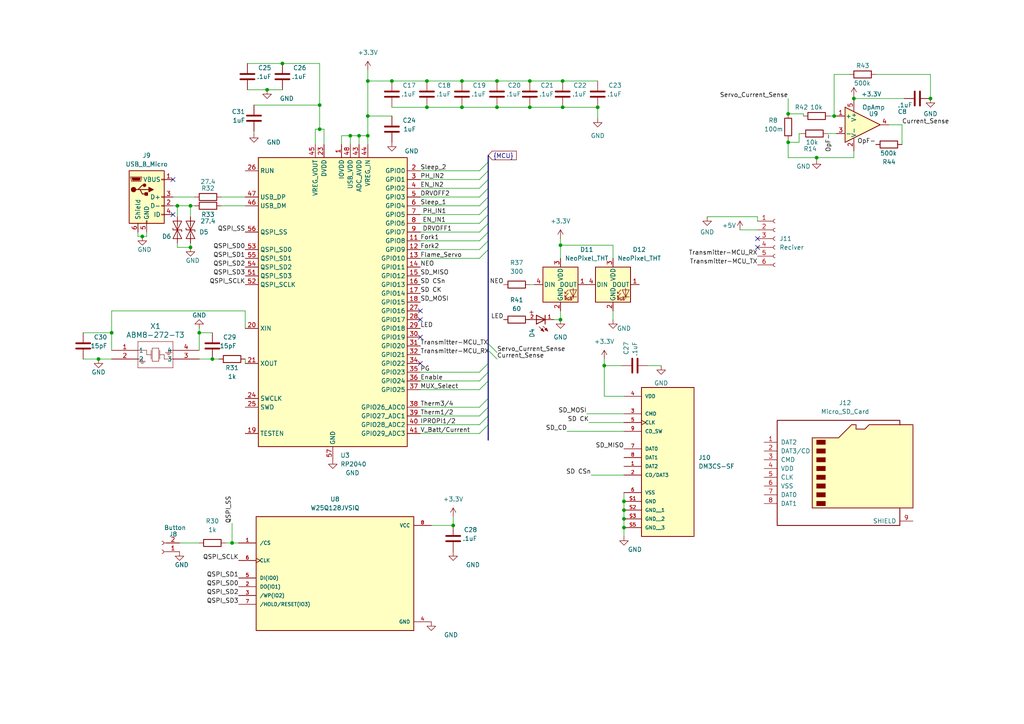
<source format=kicad_sch>
(kicad_sch (version 20230121) (generator eeschema)
  (paper "A4")
  (lib_symbols
    (symbol "Chimera:ABM8-272-T3" (pin_names (offset 0.254))
      (property "Reference" "X" (at 12.7 7.62 0))
      (property "Value" "ABM8-272-T3" (at 12.7 5.08 0))
      (symbol "ABM8-272-T3_0_1"
        (polyline (pts (xy 7.62 -5.08) (xy 17.78 -5.08)) (stroke (width 0.127)))
        (polyline (pts (xy 7.62 -2.54) (xy 8.89 -2.54)) (stroke (width 0.127)))
        (polyline (pts (xy 7.62 2.54) (xy 7.62 -5.08)) (stroke (width 0.127)))
        (polyline (pts (xy 7.9375 -3.175) (xy 9.8425 -3.175)) (stroke (width 0.127)))
        (polyline (pts (xy 8.255 -3.4925) (xy 9.525 -3.4925)) (stroke (width 0.127)))
        (polyline (pts (xy 8.5725 -3.81) (xy 9.2075 -3.81)) (stroke (width 0.127)))
        (polyline (pts (xy 8.89 -2.54) (xy 8.89 -3.175)) (stroke (width 0.127)))
        (polyline (pts (xy 10.16 -1.27) (xy 10.16 0)) (stroke (width 0.127)))
        (polyline (pts (xy 10.16 0) (xy 7.62 0)) (stroke (width 0.127)))
        (polyline (pts (xy 11.43 -1.27) (xy 10.16 -1.27)) (stroke (width 0.127)))
        (polyline (pts (xy 11.43 0) (xy 11.43 -2.54)) (stroke (width 0.127)))
        (polyline (pts (xy 11.7475 -3.175) (xy 13.6525 -3.175)) (stroke (width 0.127)))
        (polyline (pts (xy 11.7475 0.635) (xy 11.7475 -3.175)) (stroke (width 0.127)))
        (polyline (pts (xy 13.6525 -3.175) (xy 13.6525 0.635)) (stroke (width 0.127)))
        (polyline (pts (xy 13.6525 0.635) (xy 11.7475 0.635)) (stroke (width 0.127)))
        (polyline (pts (xy 13.97 -1.27) (xy 15.24 -1.27)) (stroke (width 0.127)))
        (polyline (pts (xy 13.97 0) (xy 13.97 -2.54)) (stroke (width 0.127)))
        (polyline (pts (xy 15.24 -2.54) (xy 17.78 -2.54)) (stroke (width 0.127)))
        (polyline (pts (xy 15.24 -1.27) (xy 15.24 -2.54)) (stroke (width 0.127)))
        (polyline (pts (xy 16.51 0) (xy 16.51 -0.635)) (stroke (width 0.127)))
        (polyline (pts (xy 16.8275 -1.27) (xy 16.1925 -1.27)) (stroke (width 0.127)))
        (polyline (pts (xy 17.145 -0.9525) (xy 15.875 -0.9525)) (stroke (width 0.127)))
        (polyline (pts (xy 17.4625 -0.635) (xy 15.5575 -0.635)) (stroke (width 0.127)))
        (polyline (pts (xy 17.78 -5.08) (xy 17.78 2.54)) (stroke (width 0.127)))
        (polyline (pts (xy 17.78 0) (xy 16.51 0)) (stroke (width 0.127)))
        (polyline (pts (xy 17.78 2.54) (xy 7.62 2.54)) (stroke (width 0.127)))
        (pin unspecified line (at 0 0 0) (length 7.62) (name "1") (number "1"))
        (pin unspecified line (at 0 -2.54 0) (length 7.62) (name "2") (number "2"))
        (pin unspecified line (at 25.4 -2.54 180) (length 7.62) (name "3") (number "3"))
        (pin unspecified line (at 25.4 0 180) (length 7.62) (name "4") (number "4"))
      )
    )
    (symbol "Chimera:DM3CS-SF" (pin_names (offset 1.016))
      (property "Reference" "J" (at -7.6282 19.0976 0))
      (property "Value" "DM3CS-SF" (at -7.6357 -28.7708 0))
      (symbol "DM3CS-SF_0_0"
        (rectangle (start -7.62 -25.4) (end 7.62 17.78) (stroke (width 0.254)) (fill (type background)))
        (pin passive line (at -12.7 -5.08 0) (length 5.08) (name "DAT2") (number "1"))
        (pin passive line (at -12.7 -7.62 0) (length 5.08) (name "CD/DAT3") (number "2"))
        (pin passive line (at -12.7 10.16 0) (length 5.08) (name "CMD") (number "3"))
        (pin passive line (at -12.7 15.24 0) (length 5.08) (name "VDD") (number "4"))
        (pin passive clock (at -12.7 7.62 0) (length 5.08) (name "CLK") (number "5"))
        (pin passive line (at -12.7 -12.7 0) (length 5.08) (name "VSS") (number "6"))
        (pin passive line (at -12.7 0 0) (length 5.08) (name "DAT0") (number "7"))
        (pin passive line (at -12.7 -2.54 0) (length 5.08) (name "DAT1") (number "8"))
        (pin passive line (at -12.7 5.08 0) (length 5.08) (name "CD_SW") (number "9"))
        (pin passive line (at -12.7 -15.24 0) (length 5.08) (name "GND") (number "S1"))
        (pin passive line (at -12.7 -17.78 0) (length 5.08) (name "GND__1") (number "S2"))
        (pin passive line (at -12.7 -20.32 0) (length 5.08) (name "GND__2") (number "S3"))
        (pin passive line (at -12.7 -22.86 0) (length 5.08) (name "GND__3") (number "S5"))
      )
    )
    (symbol "Chimera:W25Q128JVSIQ" (pin_names (offset 1.016))
      (property "Reference" "U" (at -22.86 16.002 0))
      (property "Value" "W25Q128JVSIQ" (at -22.86 -20.32 0))
      (symbol "W25Q128JVSIQ_0_0"
        (rectangle (start -22.86 15.24) (end 22.86 -17.78) (stroke (width 0.254)) (fill (type background)))
        (pin input line (at -27.94 7.62 0) (length 5.08) (name "/CS") (number "1"))
        (pin bidirectional line (at -27.94 -5.08 0) (length 5.08) (name "DO(IO1)") (number "2"))
        (pin bidirectional line (at -27.94 -7.62 0) (length 5.08) (name "/WP(IO2)") (number "3"))
        (pin power_in line (at 27.94 -15.24 180) (length 5.08) (name "GND") (number "4"))
        (pin bidirectional line (at -27.94 -2.54 0) (length 5.08) (name "DI(IO0)") (number "5"))
        (pin input clock (at -27.94 2.54 0) (length 5.08) (name "CLK") (number "6"))
        (pin bidirectional line (at -27.94 -10.16 0) (length 5.08) (name "/HOLD/RESET(IO3)") (number "7"))
        (pin power_in line (at 27.94 12.7 180) (length 5.08) (name "VCC") (number "8"))
      )
    )
    (symbol "Chimera:WL-SMCD_0603" (pin_names (offset 1.016))
      (property "Reference" "D" (at 1.27 4.064 0))
      (symbol "WL-SMCD_0603_0_0"
        (polyline (pts (xy 0 -1.27) (xy 0 0)) (stroke (width 0.254)))
        (polyline (pts (xy 0 0) (xy 0 1.27)) (stroke (width 0.254)))
        (polyline (pts (xy 0 0) (xy 2.54 0)) (stroke (width 0.254)))
        (polyline (pts (xy 0 0) (xy 2.54 1.27)) (stroke (width 0.254)))
        (polyline (pts (xy 0.635 1.905) (xy -0.762 3.302)) (stroke (width 0.1524)))
        (polyline (pts (xy 1.778 2.032) (xy 0.381 3.429)) (stroke (width 0.1524)))
        (polyline (pts (xy 2.54 -1.27) (xy 0 0)) (stroke (width 0.254)))
        (polyline (pts (xy 2.54 -1.27) (xy 2.54 0)) (stroke (width 0.254)))
        (polyline (pts (xy 2.54 0) (xy 2.54 1.27)) (stroke (width 0.254)))
        (polyline (pts (xy -0.762 3.302) (xy 0.127 2.921) (xy -0.381 2.413) (xy -0.762 3.302)) (stroke (width 0.1524)) (fill (type outline)))
        (polyline (pts (xy 0.381 3.429) (xy 1.27 3.048) (xy 0.762 2.54) (xy 0.381 3.429)) (stroke (width 0.1524)) (fill (type outline)))
        (text "+" (at 3.1 -1.5 0) (effects (font (size 1.27 1.27)) (justify left bottom)))
        (pin passive line (at -2.54 0 0) (length 2.54) (name "~") (number "1"))
        (pin passive line (at 5.08 0 180) (length 2.54) (name "~") (number "2"))
      )
    )
    (symbol "Connector:Conn_01x02_Socket" (pin_names (offset 1.016) hide)
      (property "Reference" "J" (at 0 2.54 0))
      (property "Value" "Conn_01x02_Socket" (at 0 -5.08 0))
      (symbol "Conn_01x02_Socket_1_1"
        (arc (start 0 -2.032) (mid -0.5058 -2.54) (end 0 -3.048) (stroke (width 0.1524)))
        (polyline (pts (xy -1.27 -2.54) (xy -0.508 -2.54)) (stroke (width 0.1524)))
        (polyline (pts (xy -1.27 0) (xy -0.508 0)) (stroke (width 0.1524)))
        (arc (start 0 0.508) (mid -0.5058 0) (end 0 -0.508) (stroke (width 0.1524)))
        (pin passive line (at -5.08 0 0) (length 3.81) (name "Pin_1") (number "1"))
        (pin passive line (at -5.08 -2.54 0) (length 3.81) (name "Pin_2") (number "2"))
      )
    )
    (symbol "Connector:Conn_01x06_Socket" (pin_names (offset 1.016) hide)
      (property "Reference" "J" (at 0 7.62 0))
      (property "Value" "Conn_01x06_Socket" (at 0 -10.16 0))
      (symbol "Conn_01x06_Socket_1_1"
        (arc (start 0 -7.112) (mid -0.5058 -7.62) (end 0 -8.128) (stroke (width 0.1524)))
        (arc (start 0 -4.572) (mid -0.5058 -5.08) (end 0 -5.588) (stroke (width 0.1524)))
        (arc (start 0 -2.032) (mid -0.5058 -2.54) (end 0 -3.048) (stroke (width 0.1524)))
        (polyline (pts (xy -1.27 -7.62) (xy -0.508 -7.62)) (stroke (width 0.1524)))
        (polyline (pts (xy -1.27 -5.08) (xy -0.508 -5.08)) (stroke (width 0.1524)))
        (polyline (pts (xy -1.27 -2.54) (xy -0.508 -2.54)) (stroke (width 0.1524)))
        (polyline (pts (xy -1.27 0) (xy -0.508 0)) (stroke (width 0.1524)))
        (polyline (pts (xy -1.27 2.54) (xy -0.508 2.54)) (stroke (width 0.1524)))
        (polyline (pts (xy -1.27 5.08) (xy -0.508 5.08)) (stroke (width 0.1524)))
        (arc (start 0 0.508) (mid -0.5058 0) (end 0 -0.508) (stroke (width 0.1524)))
        (arc (start 0 3.048) (mid -0.5058 2.54) (end 0 2.032) (stroke (width 0.1524)))
        (arc (start 0 5.588) (mid -0.5058 5.08) (end 0 4.572) (stroke (width 0.1524)))
        (pin passive line (at -5.08 5.08 0) (length 3.81) (name "Pin_1") (number "1"))
        (pin passive line (at -5.08 2.54 0) (length 3.81) (name "Pin_2") (number "2"))
        (pin passive line (at -5.08 0 0) (length 3.81) (name "Pin_3") (number "3"))
        (pin passive line (at -5.08 -2.54 0) (length 3.81) (name "Pin_4") (number "4"))
        (pin passive line (at -5.08 -5.08 0) (length 3.81) (name "Pin_5") (number "5"))
        (pin passive line (at -5.08 -7.62 0) (length 3.81) (name "Pin_6") (number "6"))
      )
    )
    (symbol "Connector:Micro_SD_Card" (pin_names (offset 1.016))
      (property "Reference" "J" (at -16.51 15.24 0))
      (property "Value" "Micro_SD_Card" (at 16.51 15.24 0))
      (symbol "Micro_SD_Card_0_1"
        (rectangle (start -7.62 -9.525) (end -5.08 -10.795) (fill (type outline)))
        (rectangle (start -7.62 -6.985) (end -5.08 -8.255) (fill (type outline)))
        (rectangle (start -7.62 -4.445) (end -5.08 -5.715) (fill (type outline)))
        (rectangle (start -7.62 -1.905) (end -5.08 -3.175) (fill (type outline)))
        (rectangle (start -7.62 0.635) (end -5.08 -0.635) (fill (type outline)))
        (rectangle (start -7.62 3.175) (end -5.08 1.905) (fill (type outline)))
        (rectangle (start -7.62 5.715) (end -5.08 4.445) (fill (type outline)))
        (rectangle (start -7.62 8.255) (end -5.08 6.985) (fill (type outline)))
        (polyline (pts (xy 16.51 12.7) (xy 16.51 13.97) (xy -19.05 13.97) (xy -19.05 -16.51) (xy 16.51 -16.51) (xy 16.51 -11.43)) (stroke (width 0.254)))
        (polyline (pts (xy -8.89 -11.43) (xy -8.89 8.89) (xy -1.27 8.89) (xy 2.54 12.7) (xy 3.81 12.7) (xy 3.81 11.43) (xy 6.35 11.43) (xy 7.62 12.7) (xy 20.32 12.7) (xy 20.32 -11.43) (xy -8.89 -11.43)) (stroke (width 0.254)) (fill (type background)))
      )
      (symbol "Micro_SD_Card_1_1"
        (pin bidirectional line (at -22.86 7.62 0) (length 3.81) (name "DAT2") (number "1"))
        (pin bidirectional line (at -22.86 5.08 0) (length 3.81) (name "DAT3/CD") (number "2"))
        (pin input line (at -22.86 2.54 0) (length 3.81) (name "CMD") (number "3"))
        (pin power_in line (at -22.86 0 0) (length 3.81) (name "VDD") (number "4"))
        (pin input line (at -22.86 -2.54 0) (length 3.81) (name "CLK") (number "5"))
        (pin power_in line (at -22.86 -5.08 0) (length 3.81) (name "VSS") (number "6"))
        (pin bidirectional line (at -22.86 -7.62 0) (length 3.81) (name "DAT0") (number "7"))
        (pin bidirectional line (at -22.86 -10.16 0) (length 3.81) (name "DAT1") (number "8"))
        (pin passive line (at 20.32 -15.24 180) (length 3.81) (name "SHIELD") (number "9"))
      )
    )
    (symbol "Connector:USB_B_Micro" (pin_names (offset 1.016))
      (property "Reference" "J" (at -5.08 11.43 0))
      (property "Value" "USB_B_Micro" (at -5.08 8.89 0))
      (symbol "USB_B_Micro_0_1"
        (rectangle (start -5.08 -7.62) (end 5.08 7.62) (stroke (width 0.254)) (fill (type background)))
        (circle (center -3.81 2.159) (radius 0.635) (stroke (width 0.254)) (fill (type outline)))
        (circle (center -0.635 3.429) (radius 0.381) (stroke (width 0.254)) (fill (type outline)))
        (rectangle (start -0.127 -7.62) (end 0.127 -6.858))
        (polyline (pts (xy -1.905 2.159) (xy 0.635 2.159)) (stroke (width 0.254)))
        (polyline (pts (xy -3.175 2.159) (xy -2.54 2.159) (xy -1.27 3.429) (xy -0.635 3.429)) (stroke (width 0.254)))
        (polyline (pts (xy -2.54 2.159) (xy -1.905 2.159) (xy -1.27 0.889) (xy 0 0.889)) (stroke (width 0.254)))
        (polyline (pts (xy 0.635 2.794) (xy 0.635 1.524) (xy 1.905 2.159) (xy 0.635 2.794)) (stroke (width 0.254)) (fill (type outline)))
        (polyline (pts (xy -4.318 5.588) (xy -1.778 5.588) (xy -2.032 4.826) (xy -4.064 4.826) (xy -4.318 5.588)) (fill (type outline)))
        (polyline (pts (xy -4.699 5.842) (xy -4.699 5.588) (xy -4.445 4.826) (xy -4.445 4.572) (xy -1.651 4.572) (xy -1.651 4.826) (xy -1.397 5.588) (xy -1.397 5.842) (xy -4.699 5.842)))
        (rectangle (start 0.254 1.27) (end -0.508 0.508) (stroke (width 0.254)) (fill (type outline)))
        (rectangle (start 5.08 -5.207) (end 4.318 -4.953))
        (rectangle (start 5.08 -2.667) (end 4.318 -2.413))
        (rectangle (start 5.08 -0.127) (end 4.318 0.127))
        (rectangle (start 5.08 4.953) (end 4.318 5.207))
      )
      (symbol "USB_B_Micro_1_1"
        (pin power_out line (at 7.62 5.08 180) (length 2.54) (name "VBUS") (number "1"))
        (pin bidirectional line (at 7.62 -2.54 180) (length 2.54) (name "D-") (number "2"))
        (pin bidirectional line (at 7.62 0 180) (length 2.54) (name "D+") (number "3"))
        (pin passive line (at 7.62 -5.08 180) (length 2.54) (name "ID") (number "4"))
        (pin power_out line (at 0 -10.16 90) (length 2.54) (name "GND") (number "5"))
        (pin passive line (at -2.54 -10.16 90) (length 2.54) (name "Shield") (number "6"))
      )
    )
    (symbol "Device:C" (pin_numbers hide) (pin_names (offset 0.254))
      (property "Reference" "C" (at 0.635 2.54 0))
      (property "Value" "C" (at 0.635 -2.54 0))
      (symbol "C_0_1"
        (polyline (pts (xy -2.032 -0.762) (xy 2.032 -0.762)) (stroke (width 0.508)))
        (polyline (pts (xy -2.032 0.762) (xy 2.032 0.762)) (stroke (width 0.508)))
      )
      (symbol "C_1_1"
        (pin passive line (at 0 3.81 270) (length 2.794) (name "~") (number "1"))
        (pin passive line (at 0 -3.81 90) (length 2.794) (name "~") (number "2"))
      )
    )
    (symbol "Device:R" (pin_numbers hide) (pin_names (offset 0))
      (property "Reference" "R" (at 2.032 0 90))
      (property "Value" "R" (at 0 0 90))
      (symbol "R_0_1"
        (rectangle (start -1.016 -2.54) (end 1.016 2.54) (stroke (width 0.254)))
      )
      (symbol "R_1_1"
        (pin passive line (at 0 3.81 270) (length 1.27) (name "~") (number "1"))
        (pin passive line (at 0 -3.81 90) (length 1.27) (name "~") (number "2"))
      )
    )
    (symbol "Diode:SMAJ8.0CA" (pin_numbers hide) (pin_names (offset 1.016) hide)
      (property "Reference" "D" (at 0 2.54 0))
      (property "Value" "SMAJ8.0CA" (at 0 -2.54 0))
      (symbol "SMAJ8.0CA_0_1"
        (polyline (pts (xy 1.27 0) (xy -1.27 0)))
        (polyline (pts (xy -2.54 -1.27) (xy 0 0) (xy -2.54 1.27) (xy -2.54 -1.27)) (stroke (width 0.2032)))
        (polyline (pts (xy 0.508 1.27) (xy 0 1.27) (xy 0 -1.27) (xy -0.508 -1.27)) (stroke (width 0.2032)))
        (polyline (pts (xy 2.54 1.27) (xy 2.54 -1.27) (xy 0 0) (xy 2.54 1.27)) (stroke (width 0.2032)))
      )
      (symbol "SMAJ8.0CA_1_1"
        (pin passive line (at -3.81 0 0) (length 2.54) (name "A1") (number "1"))
        (pin passive line (at 3.81 0 180) (length 2.54) (name "A2") (number "2"))
      )
    )
    (symbol "LED:NeoPixel_THT" (pin_names (offset 0.254))
      (property "Reference" "D" (at 5.08 5.715 0))
      (property "Value" "NeoPixel_THT" (at 1.27 -5.715 0))
      (symbol "NeoPixel_THT_0_0"
        (text "RGB" (at 2.286 -4.191 0) (effects (font (size 0.762 0.762))))
      )
      (symbol "NeoPixel_THT_0_1"
        (polyline (pts (xy 1.27 -3.556) (xy 1.778 -3.556)))
        (polyline (pts (xy 1.27 -2.54) (xy 1.778 -2.54)))
        (polyline (pts (xy 4.699 -3.556) (xy 2.667 -3.556)))
        (polyline (pts (xy 2.286 -2.54) (xy 1.27 -3.556) (xy 1.27 -3.048)))
        (polyline (pts (xy 2.286 -1.524) (xy 1.27 -2.54) (xy 1.27 -2.032)))
        (polyline (pts (xy 3.683 -1.016) (xy 3.683 -3.556) (xy 3.683 -4.064)))
        (polyline (pts (xy 4.699 -1.524) (xy 2.667 -1.524) (xy 3.683 -3.556) (xy 4.699 -1.524)))
        (rectangle (start 5.08 5.08) (end -5.08 -5.08) (stroke (width 0.254)) (fill (type background)))
      )
      (symbol "NeoPixel_THT_1_1"
        (pin output line (at 7.62 0 180) (length 2.54) (name "DOUT") (number "1"))
        (pin power_in line (at 0 -7.62 90) (length 2.54) (name "GND") (number "2"))
        (pin power_in line (at 0 7.62 270) (length 2.54) (name "VDD") (number "3"))
        (pin input line (at -7.62 0 0) (length 2.54) (name "DIN") (number "4"))
      )
    )
    (symbol "MCU_RaspberryPi:RP2040"
      (property "Reference" "U" (at 17.78 45.72 0))
      (property "Value" "RP2040" (at 17.78 43.18 0))
      (symbol "RP2040_0_1"
        (rectangle (start -21.59 41.91) (end 21.59 -41.91) (stroke (width 0.254)) (fill (type background)))
      )
      (symbol "RP2040_1_1"
        (pin power_in line (at 2.54 45.72 270) (length 3.81) (name "IOVDD") (number "1"))
        (pin passive line (at 2.54 45.72 270) (length 3.81) hide (name "IOVDD") (number "10"))
        (pin bidirectional line (at 25.4 17.78 180) (length 3.81) (name "GPIO8") (number "11"))
        (pin bidirectional line (at 25.4 15.24 180) (length 3.81) (name "GPIO9") (number "12"))
        (pin bidirectional line (at 25.4 12.7 180) (length 3.81) (name "GPIO10") (number "13"))
        (pin bidirectional line (at 25.4 10.16 180) (length 3.81) (name "GPIO11") (number "14"))
        (pin bidirectional line (at 25.4 7.62 180) (length 3.81) (name "GPIO12") (number "15"))
        (pin bidirectional line (at 25.4 5.08 180) (length 3.81) (name "GPIO13") (number "16"))
        (pin bidirectional line (at 25.4 2.54 180) (length 3.81) (name "GPIO14") (number "17"))
        (pin bidirectional line (at 25.4 0 180) (length 3.81) (name "GPIO15") (number "18"))
        (pin input line (at -25.4 -38.1 0) (length 3.81) (name "TESTEN") (number "19"))
        (pin bidirectional line (at 25.4 38.1 180) (length 3.81) (name "GPIO0") (number "2"))
        (pin input line (at -25.4 -7.62 0) (length 3.81) (name "XIN") (number "20"))
        (pin passive line (at -25.4 -17.78 0) (length 3.81) (name "XOUT") (number "21"))
        (pin passive line (at 2.54 45.72 270) (length 3.81) hide (name "IOVDD") (number "22"))
        (pin power_in line (at -2.54 45.72 270) (length 3.81) (name "DVDD") (number "23"))
        (pin input line (at -25.4 -27.94 0) (length 3.81) (name "SWCLK") (number "24"))
        (pin bidirectional line (at -25.4 -30.48 0) (length 3.81) (name "SWD") (number "25"))
        (pin input line (at -25.4 38.1 0) (length 3.81) (name "RUN") (number "26"))
        (pin bidirectional line (at 25.4 -2.54 180) (length 3.81) (name "GPIO16") (number "27"))
        (pin bidirectional line (at 25.4 -5.08 180) (length 3.81) (name "GPIO17") (number "28"))
        (pin bidirectional line (at 25.4 -7.62 180) (length 3.81) (name "GPIO18") (number "29"))
        (pin bidirectional line (at 25.4 35.56 180) (length 3.81) (name "GPIO1") (number "3"))
        (pin bidirectional line (at 25.4 -10.16 180) (length 3.81) (name "GPIO19") (number "30"))
        (pin bidirectional line (at 25.4 -12.7 180) (length 3.81) (name "GPIO20") (number "31"))
        (pin bidirectional line (at 25.4 -15.24 180) (length 3.81) (name "GPIO21") (number "32"))
        (pin passive line (at 2.54 45.72 270) (length 3.81) hide (name "IOVDD") (number "33"))
        (pin bidirectional line (at 25.4 -17.78 180) (length 3.81) (name "GPIO22") (number "34"))
        (pin bidirectional line (at 25.4 -20.32 180) (length 3.81) (name "GPIO23") (number "35"))
        (pin bidirectional line (at 25.4 -22.86 180) (length 3.81) (name "GPIO24") (number "36"))
        (pin bidirectional line (at 25.4 -25.4 180) (length 3.81) (name "GPIO25") (number "37"))
        (pin bidirectional line (at 25.4 -30.48 180) (length 3.81) (name "GPIO26_ADC0") (number "38"))
        (pin bidirectional line (at 25.4 -33.02 180) (length 3.81) (name "GPIO27_ADC1") (number "39"))
        (pin bidirectional line (at 25.4 33.02 180) (length 3.81) (name "GPIO2") (number "4"))
        (pin bidirectional line (at 25.4 -35.56 180) (length 3.81) (name "GPIO28_ADC2") (number "40"))
        (pin bidirectional line (at 25.4 -38.1 180) (length 3.81) (name "GPIO29_ADC3") (number "41"))
        (pin passive line (at 2.54 45.72 270) (length 3.81) hide (name "IOVDD") (number "42"))
        (pin power_in line (at 7.62 45.72 270) (length 3.81) (name "ADC_AVDD") (number "43"))
        (pin power_in line (at 10.16 45.72 270) (length 3.81) (name "VREG_IN") (number "44"))
        (pin power_out line (at -5.08 45.72 270) (length 3.81) (name "VREG_VOUT") (number "45"))
        (pin bidirectional line (at -25.4 27.94 0) (length 3.81) (name "USB_DM") (number "46"))
        (pin bidirectional line (at -25.4 30.48 0) (length 3.81) (name "USB_DP") (number "47"))
        (pin power_in line (at 5.08 45.72 270) (length 3.81) (name "USB_VDD") (number "48"))
        (pin passive line (at 2.54 45.72 270) (length 3.81) hide (name "IOVDD") (number "49"))
        (pin bidirectional line (at 25.4 30.48 180) (length 3.81) (name "GPIO3") (number "5"))
        (pin passive line (at -2.54 45.72 270) (length 3.81) hide (name "DVDD") (number "50"))
        (pin bidirectional line (at -25.4 7.62 0) (length 3.81) (name "QSPI_SD3") (number "51"))
        (pin output line (at -25.4 5.08 0) (length 3.81) (name "QSPI_SCLK") (number "52"))
        (pin bidirectional line (at -25.4 15.24 0) (length 3.81) (name "QSPI_SD0") (number "53"))
        (pin bidirectional line (at -25.4 10.16 0) (length 3.81) (name "QSPI_SD2") (number "54"))
        (pin bidirectional line (at -25.4 12.7 0) (length 3.81) (name "QSPI_SD1") (number "55"))
        (pin bidirectional line (at -25.4 20.32 0) (length 3.81) (name "QSPI_SS") (number "56"))
        (pin power_in line (at 0 -45.72 90) (length 3.81) (name "GND") (number "57"))
        (pin bidirectional line (at 25.4 27.94 180) (length 3.81) (name "GPIO4") (number "6"))
        (pin bidirectional line (at 25.4 25.4 180) (length 3.81) (name "GPIO5") (number "7"))
        (pin bidirectional line (at 25.4 22.86 180) (length 3.81) (name "GPIO6") (number "8"))
        (pin bidirectional line (at 25.4 20.32 180) (length 3.81) (name "GPIO7") (number "9"))
      )
    )
    (symbol "OEM:OpAmp" (pin_names (offset 0.127))
      (property "Reference" "U7" (at 3.175 3.175 0))
      (property "Value" "OpAmp" (at 3.175 5.08 0))
      (symbol "OpAmp_0_1"
        (polyline (pts (xy -5.08 5.08) (xy 5.08 0) (xy -5.08 -5.08) (xy -5.08 5.08)) (stroke (width 0.254)) (fill (type background)))
        (pin power_in line (at -2.54 -7.62 90) (length 3.81) (name "V-") (number "2"))
        (pin power_in line (at -2.54 7.62 270) (length 3.81) (name "V+") (number "5"))
      )
      (symbol "OpAmp_1_1"
        (pin input line (at -7.62 2.54 0) (length 2.54) (name "+") (number "1"))
        (pin input line (at -7.62 -2.54 0) (length 2.54) (name "-") (number "3"))
        (pin output line (at 7.62 0 180) (length 2.54) (name "~") (number "4"))
      )
    )
    (symbol "power:+3.3V" (power) (pin_names (offset 0))
      (property "Value" "+3.3V" (at 0 3.556 0))
      (symbol "+3.3V_0_1"
        (polyline (pts (xy -0.762 1.27) (xy 0 2.54)))
        (polyline (pts (xy 0 0) (xy 0 2.54)))
        (polyline (pts (xy 0 2.54) (xy 0.762 1.27)))
      )
      (symbol "+3.3V_1_1"
        (pin power_in line (at 0 0 90) (length 0) hide (name "+3.3V") (number "1"))
      )
    )
    (symbol "power:+5V" (power) (pin_names (offset 0))
      (property "Value" "+5V" (at 0 3.556 0))
      (symbol "+5V_0_1"
        (polyline (pts (xy -0.762 1.27) (xy 0 2.54)))
        (polyline (pts (xy 0 0) (xy 0 2.54)))
        (polyline (pts (xy 0 2.54) (xy 0.762 1.27)))
      )
      (symbol "+5V_1_1"
        (pin power_in line (at 0 0 90) (length 0) hide (name "+5V") (number "1"))
      )
    )
    (symbol "power:GND" (power) (pin_names (offset 0))
      (property "Value" "GND" (at 0 -3.81 0))
      (symbol "GND_0_1"
        (polyline (pts (xy 0 0) (xy 0 -1.27) (xy 1.27 -1.27) (xy 0 -2.54) (xy -1.27 -1.27) (xy 0 -1.27)))
      )
      (symbol "GND_1_1"
        (pin power_in line (at 0 0 270) (length 0) hide (name "GND") (number "1"))
      )
    )
  )
  (junction (at 32.385 96.52))
  (junction (at 269.875 28.575))
  (junction (at 236.855 45.72))
  (junction (at 61.595 104.14))
  (junction (at 180.975 153.035))
  (junction (at 241.935 33.655))
  (junction (at 153.67 31.115))
  (junction (at 81.915 18.415))
  (junction (at 133.985 23.495))
  (junction (at 180.975 150.495))
  (junction (at 92.71 37.465))
  (junction (at 173.355 31.115))
  (junction (at 106.68 23.495))
  (junction (at 162.56 71.12))
  (junction (at 123.825 31.115))
  (junction (at 144.145 23.495))
  (junction (at 55.245 71.755))
  (junction (at 228.6 41.275))
  (junction (at 180.975 147.955))
  (junction (at 28.575 104.14))
  (junction (at 67.31 157.48))
  (junction (at 247.65 28.575))
  (junction (at 144.145 31.115))
  (junction (at 57.785 96.52))
  (junction (at 92.71 30.48))
  (junction (at 77.47 26.035))
  (junction (at 106.68 39.37))
  (junction (at 228.6 33.02))
  (junction (at 41.275 68.58))
  (junction (at 113.665 23.495))
  (junction (at 104.14 39.37))
  (junction (at 106.68 33.655))
  (junction (at 101.6 39.37))
  (junction (at 175.26 106.045))
  (junction (at 162.56 92.71))
  (junction (at 123.825 23.495))
  (junction (at 163.195 31.115))
  (junction (at 55.245 59.69))
  (junction (at 133.985 31.115))
  (junction (at 131.445 152.4))
  (junction (at 180.975 145.415))
  (junction (at 51.435 59.69))
  (junction (at 153.67 23.495))
  (junction (at 163.195 23.495))
  (no_connect (at 121.92 105.41))
  (no_connect (at 121.92 90.17))
  (no_connect (at 121.92 92.71))
  (no_connect (at 50.165 52.07))
  (no_connect (at 121.92 97.79))
  (no_connect (at 50.165 62.23))
  (no_connect (at 219.71 69.215))
  (no_connect (at 219.71 71.755))
  (bus_entry (at 141.605 59.69) (size -2.54 2.54))
  (bus_entry (at 141.605 120.65) (size -2.54 2.54))
  (bus_entry (at 141.605 52.07) (size -2.54 2.54))
  (bus_entry (at 141.605 107.95) (size -2.54 2.54))
  (bus_entry (at 141.605 49.53) (size -2.54 2.54))
  (bus_entry (at 141.605 118.11) (size -2.54 2.54))
  (bus_entry (at 141.605 64.77) (size -2.54 2.54))
  (bus_entry (at 141.605 101.6) (size 2.54 2.54))
  (bus_entry (at 141.605 69.85) (size -2.54 2.54))
  (bus_entry (at 141.605 105.41) (size -2.54 2.54))
  (bus_entry (at 141.605 72.39) (size -2.54 2.54))
  (bus_entry (at 141.605 115.57) (size -2.54 2.54))
  (bus_entry (at 141.605 110.49) (size -2.54 2.54))
  (bus_entry (at 141.605 67.31) (size -2.54 2.54))
  (bus_entry (at 141.605 62.23) (size -2.54 2.54))
  (bus_entry (at 141.605 54.61) (size -2.54 2.54))
  (bus_entry (at 141.605 99.695) (size 2.54 2.54))
  (bus_entry (at 141.605 46.99) (size -2.54 2.54))
  (bus_entry (at 141.605 57.15) (size -2.54 2.54))
  (bus_entry (at 141.605 123.19) (size -2.54 2.54))
  (wire (pts (xy 162.56 92.71) (xy 160.655 92.71)))
  (wire (pts (xy 106.68 20.32) (xy 106.68 23.495)))
  (wire (pts (xy 91.44 41.91) (xy 91.44 37.465)))
  (wire (pts (xy 121.92 57.15) (xy 139.065 57.15)))
  (wire (pts (xy 93.98 37.465) (xy 93.98 41.91)))
  (wire (pts (xy 170.815 122.555) (xy 180.975 122.555)))
  (wire (pts (xy 71.755 18.415) (xy 81.915 18.415)))
  (wire (pts (xy 91.44 37.465) (xy 92.71 37.465)))
  (wire (pts (xy 241.935 21.59) (xy 241.935 33.655)))
  (wire (pts (xy 64.135 59.69) (xy 71.12 59.69)))
  (wire (pts (xy 139.065 113.03) (xy 121.92 113.03)))
  (wire (pts (xy 71.12 90.17) (xy 32.385 90.17)))
  (wire (pts (xy 24.13 96.52) (xy 32.385 96.52)))
  (wire (pts (xy 65.405 157.48) (xy 67.31 157.48)))
  (bus (pts (xy 141.605 57.15) (xy 141.605 59.69)))
  (wire (pts (xy 144.145 31.115) (xy 153.67 31.115)))
  (wire (pts (xy 139.065 74.93) (xy 121.92 74.93)))
  (wire (pts (xy 55.245 70.485) (xy 55.245 71.755)))
  (wire (pts (xy 121.92 107.95) (xy 139.065 107.95)))
  (wire (pts (xy 106.68 39.37) (xy 106.68 41.91)))
  (wire (pts (xy 228.6 41.275) (xy 228.6 45.72)))
  (wire (pts (xy 50.165 59.69) (xy 51.435 59.69)))
  (wire (pts (xy 177.8 71.12) (xy 162.56 71.12)))
  (wire (pts (xy 123.825 23.495) (xy 133.985 23.495)))
  (wire (pts (xy 164.465 125.095) (xy 180.975 125.095)))
  (wire (pts (xy 131.445 152.4) (xy 131.445 149.86)))
  (wire (pts (xy 236.855 46.355) (xy 236.855 45.72)))
  (wire (pts (xy 67.31 157.48) (xy 69.215 157.48)))
  (wire (pts (xy 240.665 33.655) (xy 241.935 33.655)))
  (wire (pts (xy 205.105 62.865) (xy 219.71 62.865)))
  (wire (pts (xy 99.06 39.37) (xy 101.6 39.37)))
  (wire (pts (xy 64.135 57.15) (xy 71.12 57.15)))
  (wire (pts (xy 139.065 125.73) (xy 121.92 125.73)))
  (wire (pts (xy 133.985 31.115) (xy 144.145 31.115)))
  (wire (pts (xy 187.96 106.045) (xy 191.77 106.045)))
  (wire (pts (xy 153.67 31.115) (xy 163.195 31.115)))
  (wire (pts (xy 55.245 59.69) (xy 56.515 59.69)))
  (bus (pts (xy 141.605 46.99) (xy 141.605 49.53)))
  (wire (pts (xy 180.975 147.955) (xy 180.975 150.495)))
  (wire (pts (xy 228.6 40.64) (xy 228.6 41.275)))
  (wire (pts (xy 101.6 39.37) (xy 104.14 39.37)))
  (wire (pts (xy 214.63 66.675) (xy 219.71 66.675)))
  (wire (pts (xy 236.855 45.72) (xy 247.65 45.72)))
  (wire (pts (xy 228.6 28.575) (xy 228.6 33.02)))
  (wire (pts (xy 71.755 26.035) (xy 77.47 26.035)))
  (wire (pts (xy 52.07 157.48) (xy 57.785 157.48)))
  (wire (pts (xy 139.065 69.85) (xy 121.92 69.85)))
  (bus (pts (xy 141.605 49.53) (xy 141.605 52.07)))
  (wire (pts (xy 51.435 59.69) (xy 51.435 62.865)))
  (wire (pts (xy 121.92 64.77) (xy 139.065 64.77)))
  (wire (pts (xy 247.65 27.94) (xy 247.65 28.575)))
  (wire (pts (xy 236.855 45.72) (xy 228.6 45.72)))
  (wire (pts (xy 32.385 96.52) (xy 32.385 101.6)))
  (bus (pts (xy 141.605 99.695) (xy 141.605 101.6)))
  (wire (pts (xy 233.045 33.02) (xy 228.6 33.02)))
  (wire (pts (xy 139.065 120.65) (xy 121.92 120.65)))
  (wire (pts (xy 177.8 74.93) (xy 177.8 71.12)))
  (wire (pts (xy 42.545 68.58) (xy 42.545 67.31)))
  (wire (pts (xy 40.005 67.31) (xy 40.005 68.58)))
  (bus (pts (xy 141.605 120.65) (xy 141.605 123.19)))
  (bus (pts (xy 141.605 118.11) (xy 141.605 120.65)))
  (wire (pts (xy 247.65 45.72) (xy 247.65 43.815)))
  (wire (pts (xy 121.92 123.19) (xy 139.065 123.19)))
  (wire (pts (xy 73.66 38.735) (xy 73.66 38.1)))
  (wire (pts (xy 173.355 31.115) (xy 173.355 34.29)))
  (bus (pts (xy 141.605 101.6) (xy 141.605 105.41)))
  (wire (pts (xy 32.385 90.17) (xy 32.385 96.52)))
  (wire (pts (xy 269.875 21.59) (xy 269.875 28.575)))
  (wire (pts (xy 123.825 31.115) (xy 133.985 31.115)))
  (bus (pts (xy 141.605 105.41) (xy 141.605 107.95)))
  (bus (pts (xy 141.605 45.085) (xy 141.605 46.99)))
  (wire (pts (xy 51.435 70.485) (xy 51.435 71.755)))
  (bus (pts (xy 141.605 115.57) (xy 141.605 118.11)))
  (wire (pts (xy 51.435 71.755) (xy 55.245 71.755)))
  (wire (pts (xy 101.6 39.37) (xy 101.6 41.91)))
  (wire (pts (xy 175.26 104.14) (xy 175.26 106.045)))
  (wire (pts (xy 139.065 110.49) (xy 121.92 110.49)))
  (bus (pts (xy 141.605 107.95) (xy 141.605 110.49)))
  (wire (pts (xy 106.68 33.655) (xy 113.665 33.655)))
  (wire (pts (xy 104.14 39.37) (xy 104.14 41.91)))
  (wire (pts (xy 104.14 39.37) (xy 106.68 39.37)))
  (wire (pts (xy 57.785 95.25) (xy 57.785 96.52)))
  (wire (pts (xy 257.81 36.195) (xy 261.62 36.195)))
  (wire (pts (xy 175.26 106.045) (xy 175.26 114.935)))
  (wire (pts (xy 121.92 54.61) (xy 139.065 54.61)))
  (wire (pts (xy 153.67 82.55) (xy 154.94 82.55)))
  (wire (pts (xy 106.68 23.495) (xy 113.665 23.495)))
  (wire (pts (xy 71.12 90.17) (xy 71.12 95.25)))
  (wire (pts (xy 240.03 38.735) (xy 242.57 38.735)))
  (wire (pts (xy 233.045 33.02) (xy 233.045 33.655)))
  (wire (pts (xy 170.18 120.015) (xy 180.975 120.015)))
  (bus (pts (xy 141.605 110.49) (xy 141.605 115.57)))
  (wire (pts (xy 177.8 90.17) (xy 177.8 92.71)))
  (wire (pts (xy 247.65 28.575) (xy 262.255 28.575)))
  (wire (pts (xy 71.12 104.14) (xy 71.12 105.41)))
  (wire (pts (xy 73.66 30.48) (xy 92.71 30.48)))
  (wire (pts (xy 175.26 106.045) (xy 180.34 106.045)))
  (bus (pts (xy 141.605 54.61) (xy 141.605 57.15)))
  (wire (pts (xy 57.785 96.52) (xy 61.595 96.52)))
  (wire (pts (xy 57.785 96.52) (xy 57.785 101.6)))
  (wire (pts (xy 228.6 41.275) (xy 231.775 41.275)))
  (wire (pts (xy 171.45 137.795) (xy 180.975 137.795)))
  (wire (pts (xy 180.975 142.875) (xy 180.975 145.415)))
  (wire (pts (xy 113.665 23.495) (xy 123.825 23.495)))
  (wire (pts (xy 50.165 57.15) (xy 56.515 57.15)))
  (wire (pts (xy 121.92 49.53) (xy 139.065 49.53)))
  (wire (pts (xy 231.775 38.735) (xy 232.41 38.735)))
  (wire (pts (xy 106.68 33.655) (xy 106.68 39.37)))
  (bus (pts (xy 141.605 59.69) (xy 141.605 62.23)))
  (wire (pts (xy 55.245 59.69) (xy 55.245 62.865)))
  (bus (pts (xy 141.605 62.23) (xy 141.605 64.77)))
  (wire (pts (xy 163.195 31.115) (xy 173.355 31.115)))
  (wire (pts (xy 121.92 52.07) (xy 139.065 52.07)))
  (bus (pts (xy 141.605 69.85) (xy 141.605 72.39)))
  (wire (pts (xy 175.26 114.935) (xy 180.975 114.935)))
  (wire (pts (xy 113.665 31.115) (xy 123.825 31.115)))
  (wire (pts (xy 180.975 153.035) (xy 180.975 155.575)))
  (wire (pts (xy 28.575 104.14) (xy 32.385 104.14)))
  (wire (pts (xy 61.595 104.14) (xy 63.5 104.14)))
  (bus (pts (xy 141.605 52.07) (xy 141.605 54.61)))
  (wire (pts (xy 121.92 67.31) (xy 139.065 67.31)))
  (wire (pts (xy 99.06 41.91) (xy 99.06 39.37)))
  (wire (pts (xy 92.71 18.415) (xy 92.71 30.48)))
  (wire (pts (xy 121.92 59.69) (xy 139.065 59.69)))
  (wire (pts (xy 163.195 23.495) (xy 173.355 23.495)))
  (wire (pts (xy 219.71 62.865) (xy 219.71 64.135)))
  (wire (pts (xy 57.785 104.14) (xy 61.595 104.14)))
  (wire (pts (xy 81.915 18.415) (xy 92.71 18.415)))
  (wire (pts (xy 121.92 72.39) (xy 139.065 72.39)))
  (wire (pts (xy 162.56 71.12) (xy 162.56 74.93)))
  (wire (pts (xy 92.71 37.465) (xy 93.98 37.465)))
  (wire (pts (xy 40.005 68.58) (xy 41.275 68.58)))
  (bus (pts (xy 141.605 123.19) (xy 141.605 127.635)))
  (wire (pts (xy 153.67 23.495) (xy 163.195 23.495)))
  (wire (pts (xy 92.71 30.48) (xy 92.71 37.465)))
  (wire (pts (xy 162.56 90.17) (xy 162.56 92.71)))
  (wire (pts (xy 261.62 36.195) (xy 261.62 41.91)))
  (wire (pts (xy 133.985 23.495) (xy 144.145 23.495)))
  (wire (pts (xy 241.935 33.655) (xy 242.57 33.655)))
  (wire (pts (xy 180.975 145.415) (xy 180.975 147.955)))
  (wire (pts (xy 24.13 104.14) (xy 28.575 104.14)))
  (wire (pts (xy 231.775 41.275) (xy 231.775 38.735)))
  (wire (pts (xy 269.875 21.59) (xy 254 21.59)))
  (wire (pts (xy 125.095 152.4) (xy 131.445 152.4)))
  (wire (pts (xy 121.92 62.23) (xy 139.065 62.23)))
  (wire (pts (xy 106.68 23.495) (xy 106.68 33.655)))
  (wire (pts (xy 41.275 68.58) (xy 42.545 68.58)))
  (wire (pts (xy 77.47 26.035) (xy 81.915 26.035)))
  (wire (pts (xy 153.67 92.71) (xy 153.035 92.71)))
  (wire (pts (xy 121.92 118.11) (xy 139.065 118.11)))
  (bus (pts (xy 141.605 67.31) (xy 141.605 69.85)))
  (bus (pts (xy 141.605 72.39) (xy 141.605 99.695)))
  (wire (pts (xy 51.435 59.69) (xy 55.245 59.69)))
  (wire (pts (xy 144.145 23.495) (xy 153.67 23.495)))
  (wire (pts (xy 162.56 69.215) (xy 162.56 71.12)))
  (bus (pts (xy 141.605 64.77) (xy 141.605 67.31)))
  (wire (pts (xy 67.31 151.765) (xy 67.31 157.48)))
  (wire (pts (xy 180.975 150.495) (xy 180.975 153.035)))
  (wire (pts (xy 241.935 21.59) (xy 246.38 21.59)))
  (label "PH_IN1" (at 122.555 62.23 0))
  (label "QSPI_SCLK" (at 69.215 162.56 180))
  (label "QSPI_SD3" (at 69.215 175.26 180))
  (label "LED" (at 146.05 92.71 180))
  (label "SD CK" (at 121.92 85.09 0))
  (label "PH_IN2" (at 121.92 52.07 0))
  (label "SD CSn" (at 121.92 82.55 0))
  (label "EN_IN1" (at 122.555 64.77 0))
  (label "Servo_Current_Sense" (at 228.6 28.575 180))
  (label "EN_IN2" (at 121.92 54.61 0))
  (label "DRVOFF2" (at 121.92 57.15 0))
  (label "QSPI_SD0" (at 71.12 72.39 180))
  (label "Fork2" (at 121.92 72.39 0))
  (label "SD CSn" (at 171.45 137.795 180))
  (label "SD_MISO" (at 121.92 80.01 0))
  (label "Transmitter-MCU_RX" (at 219.71 74.295 180))
  (label "Servo_Current_Sense" (at 144.145 102.235 0))
  (label "QSPI_SS" (at 71.12 67.31 180))
  (label "SD_MOSI" (at 121.92 87.63 0))
  (label "Transmitter-MCU_TX" (at 219.71 76.835 180))
  (label "NEO" (at 146.05 82.55 180))
  (label "Sleep_1" (at 121.92 59.69 0))
  (label "Sleep_2" (at 121.92 49.53 0))
  (label "QSPI_SCLK" (at 71.12 82.55 180))
  (label "QSPI_SS" (at 67.31 151.765 90))
  (label "PG" (at 121.92 107.95 0))
  (label "QSPI_SD3" (at 71.12 80.01 180))
  (label "IPROPI1{slash}2" (at 121.92 123.19 0))
  (label "Enable" (at 121.92 110.49 0))
  (label "MUX_Select" (at 121.92 113.03 0))
  (label "SD_MOSI" (at 170.18 120.015 180))
  (label "Flame_Servo" (at 121.92 74.93 0))
  (label "OpF-" (at 254 41.91 180))
  (label "Current_Sense" (at 261.62 36.195 0))
  (label "SD_CD" (at 164.465 125.095 180))
  (label "Transmitter-MCU_TX" (at 121.92 100.33 0))
  (label "Transmitter-MCU_RX" (at 121.92 102.87 0))
  (label "QSPI_SD0" (at 69.215 170.18 180))
  (label "DRVOFF1" (at 122.555 67.31 0))
  (label "LED" (at 121.92 95.25 0))
  (label "QSPI_SD2" (at 71.12 77.47 180))
  (label "Therm3{slash}4" (at 121.92 118.11 0))
  (label "SD CK" (at 170.815 122.555 180))
  (label "V_Batt{slash}Current" (at 121.92 125.73 0))
  (label "QSPI_SD1" (at 71.12 74.93 180))
  (label "Therm1{slash}2" (at 121.92 120.65 0))
  (label "OpF-" (at 241.3 38.735 270))
  (label "QSPI_SD1" (at 69.215 167.64 180))
  (label "NEO" (at 121.92 77.47 0))
  (label "Current_Sense" (at 144.145 104.14 0))
  (label "SD_MISO" (at 180.975 130.175 180))
  (label "Fork1" (at 121.92 69.85 0))
  (label "QSPI_SD2" (at 69.215 172.72 180))
  (global_label "{MCU}" (shape input) (at 141.605 45.085 0) (property "Intersheetrefs" "${INTERSHEET_REFS}" (effects hide)))
  (symbol (lib_id "Device:C") (at 81.915 22.225 180) (unit 1)
    (property "Reference" "C26" (at 88.9 19.685 0) (effects (justify left)))
    (property "Value" ".1uF" (at 88.9 22.225 0) (effects (justify left)))
    (property "Footprint" "Capacitor_SMD:C_0805_2012Metric" (effects hide))
  )
  (symbol (lib_id "power:GND") (at 177.8 92.71 0) (unit 1)
    (property "Reference" "#PWR061" (effects hide))
    (property "Value" "GND" (at 180.975 95.25 0))
  )
  (symbol (lib_id "Device:R") (at 228.6 36.83 0) (unit 1)
    (property "Reference" "R8" (at 222.885 34.925 0) (effects (justify left)))
    (property "Value" "100m" (at 221.615 37.465 0) (effects (justify left)))
    (property "Footprint" "Resistor_SMD:R_0805_2012Metric" (effects hide))
  )
  (symbol (lib_id "Device:R") (at 257.81 41.91 270) (unit 1)
    (property "Reference" "R44" (at 255.905 46.99 90) (effects (justify left)))
    (property "Value" "500k" (at 255.27 44.45 90) (effects (justify left)))
    (property "Footprint" "Resistor_SMD:R_0805_2012Metric" (effects hide))
  )
  (symbol (lib_id "power:GND") (at 41.275 68.58 0) (unit 1)
    (property "Reference" "#PWR058" (effects hide))
    (property "Value" "GND" (at 41.91 72.39 0))
  )
  (symbol (lib_id "Connector:Conn_01x06_Socket") (at 224.79 69.215 0) (unit 1)
    (property "Reference" "J11" (at 226.06 69.215 0) (effects (justify left)))
    (property "Value" "Reciver" (at 226.06 71.755 0) (effects (justify left)))
    (property "Footprint" "Connector_JST:JST_SH_SM06B-SRSS-TB_1x06-1MP_P1.00mm_Horizontal" (effects hide))
  )
  (symbol (lib_id "Device:R") (at 60.325 57.15 90) (unit 1)
    (property "Reference" "R32" (at 60.325 54.61 90))
    (property "Value" "27.4" (at 60.325 52.705 90))
    (property "Footprint" "Resistor_SMD:R_0805_2012Metric" (effects hide))
  )
  (symbol (lib_id "MCU_RaspberryPi:RP2040") (at 96.52 87.63 0) (unit 1)
    (property "Reference" "U3" (at 98.7141 132.08 0) (effects (justify left)))
    (property "Value" "RP2040" (at 98.7141 134.62 0) (effects (justify left)))
    (property "Footprint" "Package_DFN_QFN:QFN-56-1EP_7x7mm_P0.4mm_EP3.2x3.2mm" (effects hide))
    (property "Datasheet" "https://datasheets.raspberrypi.com/rp2040/rp2040-datasheet.pdf" (effects hide))
  )
  (symbol (lib_id "power:GND") (at 205.105 62.865 0) (unit 1)
    (property "Reference" "#PWR074" (effects hide))
    (property "Value" "GND" (at 205.105 67.31 0))
  )
  (symbol (lib_id "Connector:USB_B_Micro") (at 42.545 57.15 0) (unit 1)
    (property "Reference" "J9" (at 42.545 45.085 0))
    (property "Value" "USB_B_Micro" (at 42.545 47.625 0))
    (property "Footprint" "Connector_USB:USB_Micro-B_Amphenol_10118194_Horizontal" (effects hide))
  )
  (symbol (lib_id "Device:C") (at 123.825 27.305 180) (unit 1)
    (property "Reference" "C18" (at 130.81 24.765 0) (effects (justify left)))
    (property "Value" ".1uF" (at 130.81 27.305 0) (effects (justify left)))
    (property "Footprint" "Capacitor_SMD:C_0805_2012Metric" (effects hide))
  )
  (symbol (lib_id "Diode:SMAJ8.0CA") (at 51.435 66.675 90) (unit 1)
    (property "Reference" "D6" (at 46.99 68.58 90) (effects (justify right)))
    (property "Value" "SMAJ8.0CA" (effects hide))
    (property "Footprint" "Diode_SMD:D_0603_1608Metric" (effects hide))
    (property "Datasheet" "https://www.littelfuse.com/media?resourcetype=datasheets&itemid=75e32973-b177-4ee3-a0ff-cedaf1abdb93&filename=smaj-datasheet" (effects hide))
  )
  (symbol (lib_id "power:+3.3V") (at 131.445 149.86 0) (unit 1)
    (property "Reference" "#PWR052" (effects hide))
    (property "Value" "+3.3V" (at 131.445 144.78 0))
  )
  (symbol (lib_id "Device:R") (at 60.325 59.69 270) (unit 1)
    (property "Reference" "R33" (at 60.325 62.23 90))
    (property "Value" "27.4" (at 60.325 64.135 90))
    (property "Footprint" "Resistor_SMD:R_0805_2012Metric" (effects hide))
  )
  (symbol (lib_id "Device:C") (at 184.15 106.045 270) (unit 1)
    (property "Reference" "C27" (at 181.61 99.06 0) (effects (justify left)))
    (property "Value" ".1uF" (at 184.15 99.06 0) (effects (justify left)))
    (property "Footprint" "Capacitor_SMD:C_0805_2012Metric" (effects hide))
  )
  (symbol (lib_id "OEM:OpAmp") (at 250.19 36.195 0) (unit 1)
    (property "Reference" "U9" (at 253.365 33.02 0))
    (property "Value" "OpAmp" (at 253.365 31.115 0))
    (property "Footprint" "chimera:SC70-5_LT_MCH-M" (effects hide))
  )
  (symbol (lib_id "power:GND") (at 57.785 95.25 180) (unit 1)
    (property "Reference" "#PWR057" (effects hide))
    (property "Value" "GND" (at 57.785 91.44 0))
  )
  (symbol (lib_id "Device:R") (at 149.86 82.55 270) (unit 1)
    (property "Reference" "R37" (at 149.86 76.2 90))
    (property "Value" "300" (at 149.86 78.74 90))
    (property "Footprint" "Resistor_SMD:R_0805_2012Metric_Pad1.20x1.40mm_HandSolder" (effects hide))
  )
  (symbol (lib_id "power:GND") (at 52.07 160.02 0) (unit 1)
    (property "Reference" "#PWR055" (effects hide))
    (property "Value" "GND" (at 52.705 163.83 0))
  )
  (symbol (lib_id "Device:R") (at 149.86 92.71 270) (unit 1)
    (property "Reference" "R41" (at 149.86 86.995 90))
    (property "Value" "60" (at 149.86 89.535 90))
    (property "Footprint" "Resistor_SMD:R_0805_2012Metric" (effects hide))
  )
  (symbol (lib_id "Device:C") (at 71.755 22.225 180) (unit 1)
    (property "Reference" "C25" (at 78.74 19.685 0) (effects (justify left)))
    (property "Value" ".1uF" (at 78.74 22.225 0) (effects (justify left)))
    (property "Footprint" "Capacitor_SMD:C_0805_2012Metric" (effects hide))
  )
  (symbol (lib_id "Device:R") (at 250.19 21.59 270) (unit 1)
    (property "Reference" "R43" (at 248.285 19.05 90) (effects (justify left)))
    (property "Value" "500k" (at 247.65 24.13 90) (effects (justify left)))
    (property "Footprint" "Resistor_SMD:R_0805_2012Metric" (effects hide))
  )
  (symbol (lib_id "power:GND") (at 96.52 133.35 0) (unit 1)
    (property "Reference" "#PWR051" (effects hide))
    (property "Value" "GND" (at 102.235 137.16 0))
  )
  (symbol (lib_id "power:GND") (at 73.66 38.735 0) (unit 1)
    (property "Reference" "#PWR049" (effects hide))
    (property "Value" "GND" (at 79.375 41.275 0))
  )
  (symbol (lib_id "Chimera:ABM8-272-T3") (at 32.385 101.6 0) (unit 1)
    (property "Reference" "X1" (at 45.085 94.615 0) (effects (font (size 1.524 1.524))))
    (property "Value" "ABM8-272-T3" (at 45.085 97.155 0) (effects (font (size 1.524 1.524))))
    (property "Footprint" "chimera:ABM8-272-T3_ABR" (effects hide))
    (property "Datasheet" "ABM8-272-T3" (effects hide))
  )
  (symbol (lib_id "power:GND") (at 28.575 104.14 0) (unit 1)
    (property "Reference" "#PWR056" (effects hide))
    (property "Value" "GND" (at 28.575 107.95 0))
  )
  (symbol (lib_id "Device:C") (at 163.195 27.305 180) (unit 1)
    (property "Reference" "C22" (at 170.18 24.765 0) (effects (justify left)))
    (property "Value" ".1uF" (at 170.18 27.305 0) (effects (justify left)))
    (property "Footprint" "Capacitor_SMD:C_0805_2012Metric" (effects hide))
  )
  (symbol (lib_id "Device:C") (at 153.67 27.305 180) (unit 1)
    (property "Reference" "C21" (at 160.655 24.765 0) (effects (justify left)))
    (property "Value" ".1uF" (at 160.655 27.305 0) (effects (justify left)))
    (property "Footprint" "Capacitor_SMD:C_0805_2012Metric" (effects hide))
  )
  (symbol (lib_id "power:+3.3V") (at 162.56 69.215 0) (unit 1)
    (property "Reference" "#PWR059" (effects hide))
    (property "Value" "+3.3V" (at 162.56 64.135 0))
  )
  (symbol (lib_id "Device:C") (at 24.13 100.33 180) (unit 1)
    (property "Reference" "C30" (at 31.115 97.79 0) (effects (justify left)))
    (property "Value" "15pF" (at 31.115 100.33 0) (effects (justify left)))
    (property "Footprint" "Capacitor_SMD:C_0805_2012Metric" (effects hide))
  )
  (symbol (lib_id "Chimera:W25Q128JVSIQ") (at 97.155 165.1 0) (unit 1)
    (property "Reference" "U8" (at 97.155 144.78 0))
    (property "Value" "W25Q128JVSIQ" (at 97.155 147.32 0))
    (property "Footprint" "chimera:SOIC127P790X216-8N" (effects hide))
    (property "PARTREV" "I" (effects hide))
    (property "STANDARD" "IPC-7351B" (effects hide))
    (property "MAXIMUM_PACKAGE_HEIGHT" "2.16 mm" (effects hide))
    (property "MANUFACTURER" "Winbond Electronics" (effects hide))
  )
  (symbol (lib_id "power:GND") (at 269.875 28.575 0) (unit 1)
    (property "Reference" "#PWR071" (effects hide))
    (property "Value" "GND" (at 269.875 33.02 0))
  )
  (symbol (lib_id "Device:R") (at 236.22 38.735 270) (unit 1)
    (property "Reference" "R14" (at 233.045 43.18 90) (effects (justify left)))
    (property "Value" "10k" (at 233.68 41.275 90) (effects (justify left)))
    (property "Footprint" "Resistor_SMD:R_0805_2012Metric" (effects hide))
  )
  (symbol (lib_id "power:GND") (at 125.095 180.34 0) (unit 1)
    (property "Reference" "#PWR054" (effects hide))
    (property "Value" "GND" (at 130.81 184.15 0))
  )
  (symbol (lib_id "Device:C") (at 133.985 27.305 180) (unit 1)
    (property "Reference" "C19" (at 140.97 24.765 0) (effects (justify left)))
    (property "Value" ".1uF" (at 140.97 27.305 0) (effects (justify left)))
    (property "Footprint" "Capacitor_SMD:C_0805_2012Metric" (effects hide))
  )
  (symbol (lib_id "power:GND") (at 113.665 41.275 0) (unit 1)
    (property "Reference" "#PWR048" (effects hide))
    (property "Value" "GND" (at 119.38 43.815 0))
  )
  (symbol (lib_id "Device:R") (at 67.31 104.14 270) (unit 1)
    (property "Reference" "R31" (at 67.31 106.68 90))
    (property "Value" "1k" (at 67.31 109.22 90))
    (property "Footprint" "Resistor_SMD:R_0805_2012Metric" (effects hide))
  )
  (symbol (lib_id "Device:C") (at 113.665 37.465 180) (unit 1)
    (property "Reference" "C24" (at 120.65 34.925 0) (effects (justify left)))
    (property "Value" "1uF" (at 120.65 37.465 0) (effects (justify left)))
    (property "Footprint" "Capacitor_SMD:C_0805_2012Metric" (effects hide))
  )
  (symbol (lib_id "Chimera:WL-SMCD_0603") (at 158.115 92.71 180) (unit 1)
    (property "Reference" "D4" (at 154.305 95.25 90) (effects (justify left)))
    (property "Value" "WL-SMCD_0603" (effects hide))
    (property "Footprint" "chimera:WL-SMCD_0603" (effects hide))
  )
  (symbol (lib_id "LED:NeoPixel_THT") (at 162.56 82.55 0) (unit 1)
    (property "Reference" "D11" (at 170.18 72.39 0))
    (property "Value" "NeoPixel_THT" (at 170.18 74.93 0))
    (property "Footprint" "chimera:WS2812B" (effects hide))
    (property "Datasheet" "https://www.adafruit.com/product/1938" (effects hide))
  )
  (symbol (lib_id "Device:C") (at 131.445 156.21 180) (unit 1)
    (property "Reference" "C28" (at 138.43 153.67 0) (effects (justify left)))
    (property "Value" ".1uF" (at 138.43 156.21 0) (effects (justify left)))
    (property "Footprint" "Capacitor_SMD:C_0805_2012Metric" (effects hide))
  )
  (symbol (lib_id "Device:C") (at 173.355 27.305 180) (unit 1)
    (property "Reference" "C23" (at 180.34 24.765 0) (effects (justify left)))
    (property "Value" ".1uF" (at 180.34 27.305 0) (effects (justify left)))
    (property "Footprint" "Capacitor_SMD:C_0805_2012Metric" (effects hide))
  )
  (symbol (lib_id "power:GND") (at 173.355 34.29 0) (unit 1)
    (property "Reference" "#PWR047" (effects hide))
    (property "Value" "GND" (at 173.355 39.37 0))
  )
  (symbol (lib_id "Device:C") (at 113.665 27.305 180) (unit 1)
    (property "Reference" "C17" (at 120.65 24.765 0) (effects (justify left)))
    (property "Value" ".1uF" (at 120.65 27.305 0) (effects (justify left)))
    (property "Footprint" "Capacitor_SMD:C_0805_2012Metric" (effects hide))
  )
  (symbol (lib_id "power:GND") (at 180.975 155.575 0) (unit 1)
    (property "Reference" "#PWR068" (effects hide))
    (property "Value" "GND" (at 184.15 159.385 0))
  )
  (symbol (lib_id "power:+3.3V") (at 175.26 104.14 0) (unit 1)
    (property "Reference" "#PWR069" (effects hide))
    (property "Value" "+3.3V" (at 175.26 99.06 0))
  )
  (symbol (lib_id "power:GND") (at 77.47 26.035 0) (unit 1)
    (property "Reference" "#PWR050" (effects hide))
    (property "Value" "GND" (at 83.185 28.575 0))
  )
  (symbol (lib_id "power:GND") (at 162.56 92.71 0) (unit 1)
    (property "Reference" "#PWR066" (effects hide))
    (property "Value" "GND" (at 162.56 97.79 0))
  )
  (symbol (lib_id "Chimera:DM3CS-SF") (at 193.675 130.175 0) (unit 1)
    (property "Reference" "J10" (at 202.565 132.715 0) (effects (justify left)))
    (property "Value" "DM3CS-SF" (at 202.565 135.255 0) (effects (justify left)))
    (property "Footprint" "chimera:HRS_DM3CS-SF" (effects hide))
    (property "DESCRIPTION" "CONN MICRO SD CARD HINGED TYPE" (effects hide))
    (property "PACKAGE" "None" (effects hide))
    (property "PRICE" "1.14 USD" (effects hide))
    (property "PARTREV" "n/a" (effects hide))
    (property "MP" "DM3CS-SF" (effects hide))
    (property "STANDARED" "manufacturer recommendation" (effects hide))
    (property "AVAILABILITY" "Good" (effects hide))
    (property "MANUFACTURER" "Hirose" (effects hide))
  )
  (symbol (lib_id "Device:C") (at 61.595 100.33 180) (unit 1)
    (property "Reference" "C29" (at 68.58 97.79 0) (effects (justify left)))
    (property "Value" "15pF" (at 68.58 100.33 0) (effects (justify left)))
    (property "Footprint" "Capacitor_SMD:C_0805_2012Metric" (effects hide))
  )
  (symbol (lib_id "LED:NeoPixel_THT") (at 177.8 82.55 0) (unit 1)
    (property "Reference" "D12" (at 185.42 72.39 0))
    (property "Value" "NeoPixel_THT" (at 185.42 74.93 0))
    (property "Footprint" "chimera:WS2812B" (effects hide))
    (property "Datasheet" "https://www.adafruit.com/product/1938" (effects hide))
  )
  (symbol (lib_id "Device:C") (at 144.145 27.305 180) (unit 1)
    (property "Reference" "C20" (at 151.13 24.765 0) (effects (justify left)))
    (property "Value" ".1uF" (at 151.13 27.305 0) (effects (justify left)))
    (property "Footprint" "Capacitor_SMD:C_0805_2012Metric" (effects hide))
  )
  (symbol (lib_id "Device:C") (at 266.065 28.575 270) (unit 1)
    (property "Reference" "C8" (at 260.35 32.385 90) (effects (justify left)))
    (property "Value" ".1uF" (at 260.35 30.48 90) (effects (justify left)))
    (property "Footprint" "Capacitor_SMD:C_0805_2012Metric" (effects hide))
  )
  (symbol (lib_id "power:+3.3V") (at 106.68 20.32 0) (unit 1)
    (property "Reference" "#PWR046" (effects hide))
    (property "Value" "+3.3V" (at 106.68 15.24 0))
  )
  (symbol (lib_id "power:+3.3V") (at 247.65 27.94 0) (unit 1)
    (property "Reference" "#PWR062" (effects hide))
    (property "Value" "+3.3V" (at 252.73 27.305 0))
  )
  (symbol (lib_id "power:GND") (at 236.855 46.355 0) (unit 1)
    (property "Reference" "#PWR060" (effects hide))
    (property "Value" "GND" (at 233.045 48.26 0))
  )
  (symbol (lib_id "Device:R") (at 236.855 33.655 270) (unit 1)
    (property "Reference" "R42" (at 230.505 31.115 90) (effects (justify left)))
    (property "Value" "10k" (at 234.95 31.115 90) (effects (justify left)))
    (property "Footprint" "Resistor_SMD:R_0805_2012Metric" (effects hide))
  )
  (symbol (lib_id "power:+5V") (at 214.63 66.675 0) (unit 1)
    (property "Reference" "#PWR073" (effects hide))
    (property "Value" "+5V" (at 211.455 65.405 0))
  )
  (symbol (lib_id "Diode:SMAJ8.0CA") (at 55.245 66.675 90) (unit 1)
    (property "Reference" "D5" (at 57.785 67.31 90) (effects (justify right)))
    (property "Value" "SMAJ8.0CA" (effects hide))
    (property "Footprint" "Diode_SMD:D_0603_1608Metric" (effects hide))
    (property "Datasheet" "https://www.littelfuse.com/media?resourcetype=datasheets&itemid=75e32973-b177-4ee3-a0ff-cedaf1abdb93&filename=smaj-datasheet" (effects hide))
  )
  (symbol (lib_id "power:GND") (at 191.77 106.045 0) (unit 1)
    (property "Reference" "#PWR070" (effects hide))
    (property "Value" "GND" (at 191.77 111.125 0))
  )
  (symbol (lib_id "Connector:Conn_01x02_Socket") (at 46.99 160.02 180) (unit 1)
    (property "Reference" "J8" (at 51.435 154.94 0) (effects (justify left)))
    (property "Value" "Button" (at 53.975 153.035 0) (effects (justify left)))
    (property "Footprint" "Connector_PinSocket_2.54mm:PinSocket_1x02_P2.54mm_Vertical" (effects hide))
  )
  (symbol (lib_id "power:GND") (at 131.445 160.02 0) (unit 1)
    (property "Reference" "#PWR053" (effects hide))
    (property "Value" "GND" (at 137.16 163.83 0))
  )
  (symbol (lib_id "Device:R") (at 61.595 157.48 90) (unit 1)
    (property "Reference" "R30" (at 61.595 151.13 90))
    (property "Value" "1k" (at 61.595 153.67 90))
    (property "Footprint" "Resistor_SMD:R_0805_2012Metric" (effects hide))
  )
  (symbol (lib_id "Connector:Micro_SD_Card") (at 244.475 135.89 0) (unit 1)
    (property "Reference" "J12" (at 245.11 116.84 0))
    (property "Value" "Micro_SD_Card" (at 245.11 119.38 0))
    (property "Datasheet" "http://katalog.we-online.de/em/datasheet/693072010801.pdf" (effects hide))
  )
  (symbol (lib_id "power:GND") (at 55.245 71.755 0) (unit 1)
    (property "Reference" "#PWR067" (effects hide))
    (property "Value" "GND" (at 55.88 75.565 0))
  )
  (symbol (lib_id "Device:C") (at 73.66 34.29 180) (unit 1)
    (property "Reference" "C31" (at 71.12 32.385 0) (effects (justify left)))
    (property "Value" "1uF" (at 71.12 34.925 0) (effects (justify left)))
    (property "Footprint" "Capacitor_SMD:C_0805_2012Metric" (effects hide))
  )
)
</source>
